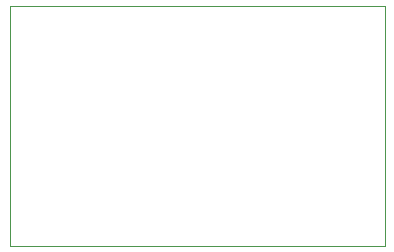
<source format=gbr>
G04 #@! TF.GenerationSoftware,KiCad,Pcbnew,(5.1.5-0-10_14)*
G04 #@! TF.CreationDate,2021-03-22T20:24:37-05:00*
G04 #@! TF.ProjectId,Filter Network,46696c74-6572-4204-9e65-74776f726b2e,rev?*
G04 #@! TF.SameCoordinates,Original*
G04 #@! TF.FileFunction,Profile,NP*
%FSLAX46Y46*%
G04 Gerber Fmt 4.6, Leading zero omitted, Abs format (unit mm)*
G04 Created by KiCad (PCBNEW (5.1.5-0-10_14)) date 2021-03-22 20:24:37*
%MOMM*%
%LPD*%
G04 APERTURE LIST*
%ADD10C,0.050000*%
G04 APERTURE END LIST*
D10*
X78740000Y-124460000D02*
X80010000Y-124460000D01*
X78740000Y-104140000D02*
X78740000Y-124460000D01*
X80010000Y-104140000D02*
X78740000Y-104140000D01*
X80010000Y-124460000D02*
X110490000Y-124460000D01*
X110490000Y-104140000D02*
X80010000Y-104140000D01*
X110490000Y-104140000D02*
X110490000Y-124460000D01*
M02*

</source>
